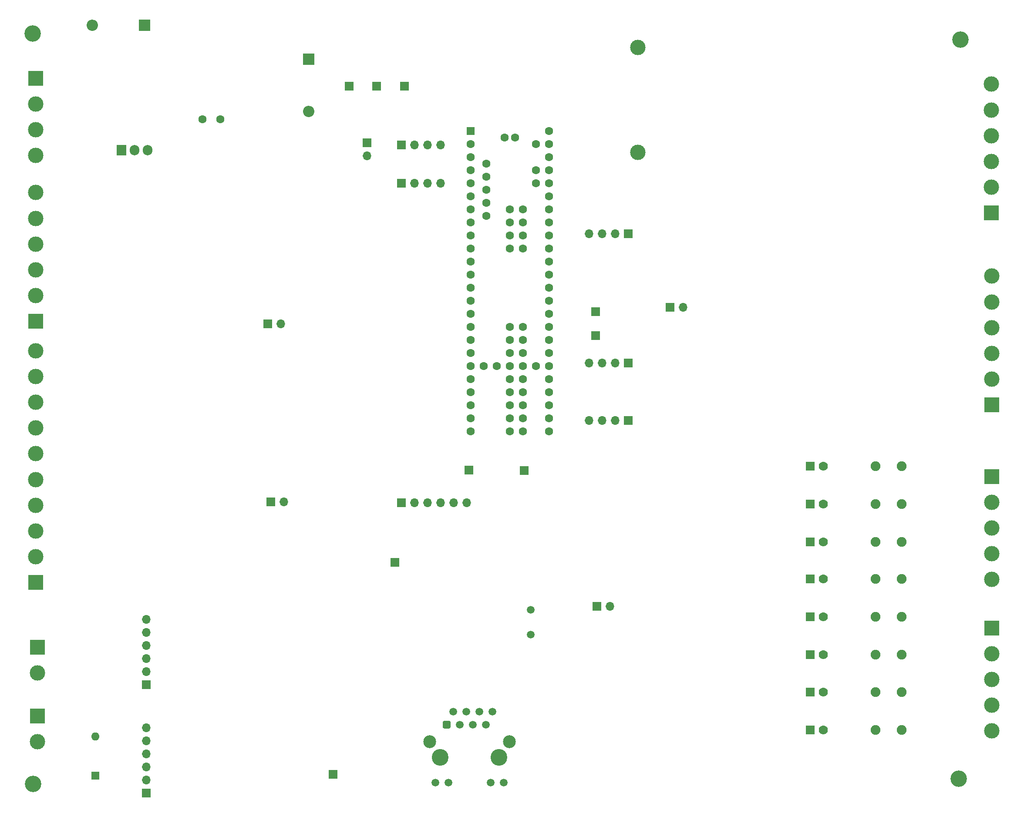
<source format=gbs>
G04 #@! TF.GenerationSoftware,KiCad,Pcbnew,(5.1.7)-1*
G04 #@! TF.CreationDate,2022-11-12T12:06:29-05:00*
G04 #@! TF.ProjectId,plc_14in_14out,706c635f-3134-4696-9e5f-31346f75742e,rev?*
G04 #@! TF.SameCoordinates,Original*
G04 #@! TF.FileFunction,Soldermask,Bot*
G04 #@! TF.FilePolarity,Negative*
%FSLAX46Y46*%
G04 Gerber Fmt 4.6, Leading zero omitted, Abs format (unit mm)*
G04 Created by KiCad (PCBNEW (5.1.7)-1) date 2022-11-12 12:06:29*
%MOMM*%
%LPD*%
G01*
G04 APERTURE LIST*
%ADD10C,3.000000*%
%ADD11R,1.700000X1.700000*%
%ADD12C,3.200000*%
%ADD13C,1.600000*%
%ADD14R,1.600000X1.600000*%
%ADD15O,1.700000X1.700000*%
%ADD16R,3.000000X3.000000*%
%ADD17O,2.200000X2.200000*%
%ADD18R,2.200000X2.200000*%
%ADD19C,3.250000*%
%ADD20C,1.500000*%
%ADD21C,2.500000*%
%ADD22O,1.905000X2.000000*%
%ADD23R,1.905000X2.000000*%
%ADD24O,1.600000X1.600000*%
%ADD25C,1.778000*%
%ADD26R,1.778000X1.778000*%
%ADD27C,1.900000*%
G04 APERTURE END LIST*
D10*
G04 #@! TO.C,BT1*
X145351500Y-42248000D03*
X145351500Y-21801000D03*
G04 #@! TD*
D11*
G04 #@! TO.C,J27*
X86106000Y-163195000D03*
G04 #@! TD*
G04 #@! TO.C,J26*
X98107500Y-121983500D03*
G04 #@! TD*
D12*
G04 #@! TO.C,REF\u002A\u002A*
X207772000Y-164084000D03*
G04 #@! TD*
G04 #@! TO.C,REF\u002A\u002A*
X27749500Y-165036500D03*
G04 #@! TD*
G04 #@! TO.C,REF\u002A\u002A*
X27686000Y-19113500D03*
G04 #@! TD*
G04 #@! TO.C,REF\u002A\u002A*
X208153000Y-20320000D03*
G04 #@! TD*
D13*
G04 #@! TO.C,U19*
X121533000Y-39370000D03*
X119513000Y-39370000D03*
X123063000Y-53340000D03*
X123063000Y-55880000D03*
X123063000Y-58420000D03*
X123063000Y-60960000D03*
X120523000Y-60960000D03*
X120523000Y-58420000D03*
X120523000Y-53340000D03*
X120523000Y-55880000D03*
X120523000Y-76200000D03*
X123063000Y-76200000D03*
X120523000Y-78740000D03*
X123063000Y-78740000D03*
X120523000Y-81280000D03*
X123063000Y-81280000D03*
X120523000Y-96520000D03*
X123063000Y-96520000D03*
X120523000Y-86360000D03*
X120523000Y-88900000D03*
X120523000Y-91440000D03*
X120523000Y-93980000D03*
X123063000Y-93980000D03*
X123063000Y-91440000D03*
X123063000Y-88900000D03*
X123063000Y-86360000D03*
X115903000Y-54610000D03*
X115903000Y-52070000D03*
X115903000Y-49530000D03*
X115903000Y-46990000D03*
X115903000Y-44450000D03*
X125603000Y-48260000D03*
X125603000Y-45720000D03*
X125603000Y-40640000D03*
X128143000Y-38100000D03*
X128143000Y-40640000D03*
X128143000Y-43180000D03*
X128143000Y-45720000D03*
X128143000Y-48260000D03*
X128143000Y-50800000D03*
X128143000Y-53340000D03*
X128143000Y-55880000D03*
X128143000Y-58420000D03*
X128143000Y-60960000D03*
X128143000Y-63500000D03*
X128143000Y-66040000D03*
X128143000Y-68580000D03*
X128143000Y-71120000D03*
X128143000Y-73660000D03*
X128143000Y-76200000D03*
D14*
X112903000Y-38100000D03*
D13*
X112903000Y-40640000D03*
X112903000Y-43180000D03*
X112903000Y-45720000D03*
X112903000Y-48260000D03*
X112903000Y-50800000D03*
X112903000Y-53340000D03*
X112903000Y-55880000D03*
X112903000Y-58420000D03*
X112903000Y-60960000D03*
X112903000Y-63500000D03*
X112903000Y-66040000D03*
X112903000Y-68580000D03*
X128143000Y-78740000D03*
X128143000Y-81280000D03*
X128143000Y-83820000D03*
X128143000Y-86360000D03*
X128143000Y-88900000D03*
X128143000Y-91440000D03*
X128143000Y-93980000D03*
X128143000Y-96520000D03*
X125603000Y-83820000D03*
X123063000Y-83820000D03*
X120523000Y-83820000D03*
X117983000Y-83820000D03*
X115443000Y-83820000D03*
X112903000Y-96520000D03*
X112903000Y-93980000D03*
X112903000Y-91440000D03*
X112903000Y-88900000D03*
X112903000Y-71120000D03*
X112903000Y-73660000D03*
X112903000Y-76200000D03*
X112903000Y-86360000D03*
X112903000Y-83820000D03*
X112903000Y-81280000D03*
X112903000Y-78740000D03*
G04 #@! TD*
D11*
G04 #@! TO.C,J25*
X99978000Y-29337000D03*
G04 #@! TD*
G04 #@! TO.C,J24*
X89281000Y-29337000D03*
G04 #@! TD*
G04 #@! TO.C,J23*
X94615000Y-29337000D03*
G04 #@! TD*
G04 #@! TO.C,J22*
X137160000Y-73201000D03*
G04 #@! TD*
G04 #@! TO.C,J21*
X137160000Y-77851000D03*
G04 #@! TD*
G04 #@! TO.C,J20*
X123317000Y-104140000D03*
G04 #@! TD*
D15*
G04 #@! TO.C,J19*
X135890000Y-94361000D03*
X138430000Y-94361000D03*
X140970000Y-94361000D03*
D11*
X143510000Y-94361000D03*
G04 #@! TD*
G04 #@! TO.C,J18*
X112522000Y-104013000D03*
G04 #@! TD*
D15*
G04 #@! TO.C,J17*
X135890000Y-83185000D03*
X138430000Y-83185000D03*
X140970000Y-83185000D03*
D11*
X143510000Y-83185000D03*
G04 #@! TD*
D13*
G04 #@! TO.C,C25*
X64206000Y-35814000D03*
X60706000Y-35814000D03*
G04 #@! TD*
D15*
G04 #@! TO.C,J16*
X135890000Y-58039000D03*
X138430000Y-58039000D03*
X140970000Y-58039000D03*
D11*
X143510000Y-58039000D03*
G04 #@! TD*
D15*
G04 #@! TO.C,J15*
X107061000Y-40767000D03*
X104521000Y-40767000D03*
X101981000Y-40767000D03*
D11*
X99441000Y-40767000D03*
G04 #@! TD*
D15*
G04 #@! TO.C,J14*
X107061000Y-48260000D03*
X104521000Y-48260000D03*
X101981000Y-48260000D03*
D11*
X99441000Y-48260000D03*
G04 #@! TD*
D10*
G04 #@! TO.C,J13*
X28321000Y-42813000D03*
X28321000Y-37813000D03*
X28321000Y-32813000D03*
D16*
X28321000Y-27813000D03*
G04 #@! TD*
D17*
G04 #@! TO.C,D33*
X39306500Y-17462500D03*
D18*
X49466500Y-17462500D03*
G04 #@! TD*
D17*
G04 #@! TO.C,D32*
X81407000Y-34290000D03*
D18*
X81407000Y-24130000D03*
G04 #@! TD*
D19*
G04 #@! TO.C,J6*
X118359000Y-159903000D03*
X106929000Y-159903000D03*
G36*
G01*
X107454000Y-154042500D02*
X107454000Y-153043500D01*
G75*
G02*
X107704500Y-152793000I250500J0D01*
G01*
X108703500Y-152793000D01*
G75*
G02*
X108954000Y-153043500I0J-250500D01*
G01*
X108954000Y-154042500D01*
G75*
G02*
X108703500Y-154293000I-250500J0D01*
G01*
X107704500Y-154293000D01*
G75*
G02*
X107454000Y-154042500I0J250500D01*
G01*
G37*
D20*
X109464000Y-151003000D03*
X110744000Y-153543000D03*
X112004000Y-151003000D03*
X113284000Y-153543000D03*
X114544000Y-151003000D03*
X115824000Y-153543000D03*
D21*
X104899000Y-156853000D03*
D20*
X117084000Y-151003000D03*
D21*
X120389000Y-156853000D03*
D20*
X106019000Y-164803000D03*
X108559000Y-164803000D03*
X119269000Y-164803000D03*
X116729000Y-164803000D03*
G04 #@! TD*
D22*
G04 #@! TO.C,U36*
X50038000Y-41783000D03*
X47498000Y-41783000D03*
D23*
X44958000Y-41783000D03*
G04 #@! TD*
D10*
G04 #@! TO.C,J8*
X214122000Y-28975000D03*
X214122000Y-33975000D03*
X214122000Y-38975000D03*
X214122000Y-43975000D03*
X214122000Y-48975000D03*
D16*
X214122000Y-53975000D03*
G04 #@! TD*
D15*
G04 #@! TO.C,J12*
X112141000Y-110363000D03*
X109601000Y-110363000D03*
X107061000Y-110363000D03*
X104521000Y-110363000D03*
X101981000Y-110363000D03*
D11*
X99441000Y-110363000D03*
G04 #@! TD*
D24*
G04 #@! TO.C,SW6*
X39878000Y-155829000D03*
D14*
X39878000Y-163449000D03*
G04 #@! TD*
D10*
G04 #@! TO.C,J3*
X28321000Y-80857000D03*
X28321000Y-85857000D03*
X28321000Y-90857000D03*
X28321000Y-95857000D03*
X28321000Y-100857000D03*
X28321000Y-105857000D03*
X28321000Y-110857000D03*
X28321000Y-115857000D03*
X28321000Y-120857000D03*
D16*
X28321000Y-125857000D03*
G04 #@! TD*
D10*
G04 #@! TO.C,J11*
X28638500Y-143493500D03*
D16*
X28638500Y-138493500D03*
G04 #@! TD*
D15*
G04 #@! TO.C,J10*
X49784000Y-154178000D03*
X49784000Y-156718000D03*
X49784000Y-159258000D03*
X49784000Y-161798000D03*
X49784000Y-164338000D03*
D11*
X49784000Y-166878000D03*
G04 #@! TD*
D15*
G04 #@! TO.C,J9*
X49784000Y-133096000D03*
X49784000Y-135636000D03*
X49784000Y-138176000D03*
X49784000Y-140716000D03*
X49784000Y-143256000D03*
D11*
X49784000Y-145796000D03*
G04 #@! TD*
D15*
G04 #@! TO.C,SW5*
X154178000Y-72390000D03*
D11*
X151638000Y-72390000D03*
G04 #@! TD*
D10*
G04 #@! TO.C,J7*
X214249000Y-66313000D03*
X214249000Y-71313000D03*
X214249000Y-76313000D03*
X214249000Y-81313000D03*
X214249000Y-86313000D03*
D16*
X214249000Y-91313000D03*
G04 #@! TD*
D11*
G04 #@! TO.C,SW4*
X92710000Y-40386000D03*
D15*
X92710000Y-42926000D03*
G04 #@! TD*
D20*
G04 #@! TO.C,Y1*
X124587000Y-136071000D03*
X124587000Y-131191000D03*
G04 #@! TD*
D25*
G04 #@! TO.C,K8*
X181483000Y-103251000D03*
D26*
X178943000Y-103251000D03*
D27*
X191643000Y-103251000D03*
X196723000Y-103251000D03*
G04 #@! TD*
D25*
G04 #@! TO.C,K7*
X181483000Y-110617000D03*
D26*
X178943000Y-110617000D03*
D27*
X191643000Y-110617000D03*
X196723000Y-110617000D03*
G04 #@! TD*
D25*
G04 #@! TO.C,K6*
X181483000Y-117983000D03*
D26*
X178943000Y-117983000D03*
D27*
X191643000Y-117983000D03*
X196723000Y-117983000D03*
G04 #@! TD*
D25*
G04 #@! TO.C,K5*
X181483000Y-125222000D03*
D26*
X178943000Y-125222000D03*
D27*
X191643000Y-125222000D03*
X196723000Y-125222000D03*
G04 #@! TD*
D25*
G04 #@! TO.C,K4*
X181483000Y-132588000D03*
D26*
X178943000Y-132588000D03*
D27*
X191643000Y-132588000D03*
X196723000Y-132588000D03*
G04 #@! TD*
D25*
G04 #@! TO.C,K3*
X181483000Y-139895001D03*
D26*
X178943000Y-139895001D03*
D27*
X191643000Y-139895001D03*
X196723000Y-139895001D03*
G04 #@! TD*
D25*
G04 #@! TO.C,K2*
X181483000Y-147193000D03*
D26*
X178943000Y-147193000D03*
D27*
X191643000Y-147193000D03*
X196723000Y-147193000D03*
G04 #@! TD*
D10*
G04 #@! TO.C,J5*
X214249000Y-154747000D03*
X214249000Y-149747000D03*
X214249000Y-144747000D03*
X214249000Y-139747000D03*
D16*
X214249000Y-134747000D03*
G04 #@! TD*
D10*
G04 #@! TO.C,J4*
X214249000Y-125283000D03*
X214249000Y-120283000D03*
X214249000Y-115283000D03*
X214249000Y-110283000D03*
D16*
X214249000Y-105283000D03*
G04 #@! TD*
D25*
G04 #@! TO.C,K1*
X181483000Y-154559000D03*
D26*
X178943000Y-154559000D03*
D27*
X191643000Y-154559000D03*
X196723000Y-154559000D03*
G04 #@! TD*
D15*
G04 #@! TO.C,SW3*
X139954000Y-130556000D03*
D11*
X137414000Y-130556000D03*
G04 #@! TD*
D15*
G04 #@! TO.C,SW1*
X75946000Y-75565000D03*
D11*
X73406000Y-75565000D03*
G04 #@! TD*
D15*
G04 #@! TO.C,SW2*
X76581000Y-110236000D03*
D11*
X74041000Y-110236000D03*
G04 #@! TD*
D10*
G04 #@! TO.C,J2*
X28321000Y-50057000D03*
X28321000Y-55057000D03*
X28321000Y-60057000D03*
X28321000Y-65057000D03*
X28321000Y-70057000D03*
D16*
X28321000Y-75057000D03*
G04 #@! TD*
D10*
G04 #@! TO.C,J1*
X28638500Y-156892000D03*
D16*
X28638500Y-151892000D03*
G04 #@! TD*
M02*

</source>
